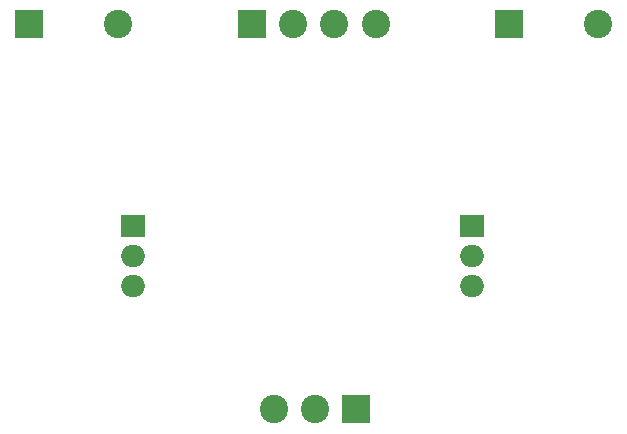
<source format=gbr>
%TF.GenerationSoftware,KiCad,Pcbnew,7.0.2-0*%
%TF.CreationDate,2023-11-27T08:52:52-05:00*%
%TF.ProjectId,PowerSupply,506f7765-7253-4757-9070-6c792e6b6963,rev?*%
%TF.SameCoordinates,Original*%
%TF.FileFunction,Soldermask,Bot*%
%TF.FilePolarity,Negative*%
%FSLAX46Y46*%
G04 Gerber Fmt 4.6, Leading zero omitted, Abs format (unit mm)*
G04 Created by KiCad (PCBNEW 7.0.2-0) date 2023-11-27 08:52:52*
%MOMM*%
%LPD*%
G01*
G04 APERTURE LIST*
%ADD10R,2.400000X2.400000*%
%ADD11C,2.400000*%
%ADD12R,2.000000X1.905000*%
%ADD13O,2.000000X1.905000*%
G04 APERTURE END LIST*
D10*
%TO.C,C2*%
X172212000Y-56388000D03*
D11*
X179712000Y-56388000D03*
%TD*%
D10*
%TO.C,J1*%
X150409000Y-56388000D03*
D11*
X153909000Y-56388000D03*
X157409000Y-56388000D03*
X160909000Y-56388000D03*
%TD*%
D12*
%TO.C,U1*%
X140335000Y-73533000D03*
D13*
X140335000Y-76073000D03*
X140335000Y-78613000D03*
%TD*%
D10*
%TO.C,C1*%
X131565000Y-56388000D03*
D11*
X139065000Y-56388000D03*
%TD*%
D10*
%TO.C,J2*%
X159273000Y-89027000D03*
D11*
X155773000Y-89027000D03*
X152273000Y-89027000D03*
%TD*%
D12*
%TO.C,U2*%
X169037000Y-73533000D03*
D13*
X169037000Y-76073000D03*
X169037000Y-78613000D03*
%TD*%
M02*

</source>
